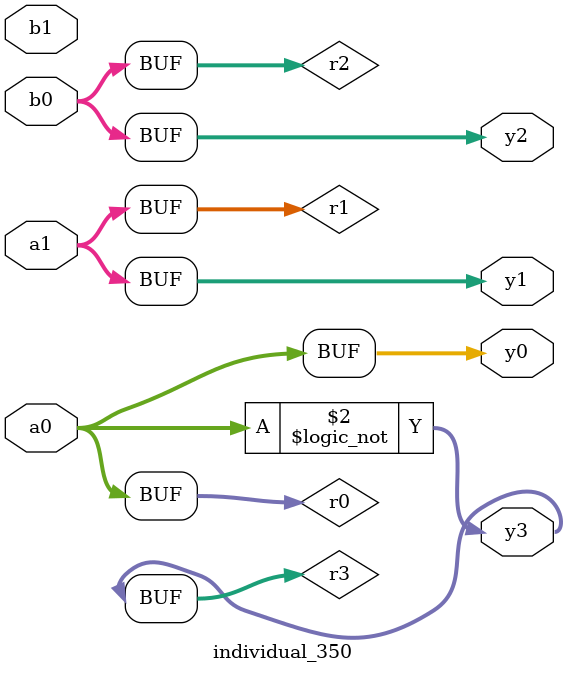
<source format=sv>
module individual_350(input logic [15:0] a1, input logic [15:0] a0, input logic [15:0] b1, input logic [15:0] b0, output logic [15:0] y3, output logic [15:0] y2, output logic [15:0] y1, output logic [15:0] y0);
logic [15:0] r0, r1, r2, r3; 
 always@(*) begin 
	 r0 = a0; r1 = a1; r2 = b0; r3 = b1; 
 	 r3 = ! a0 ;
 	 y3 = r3; y2 = r2; y1 = r1; y0 = r0; 
end
endmodule
</source>
